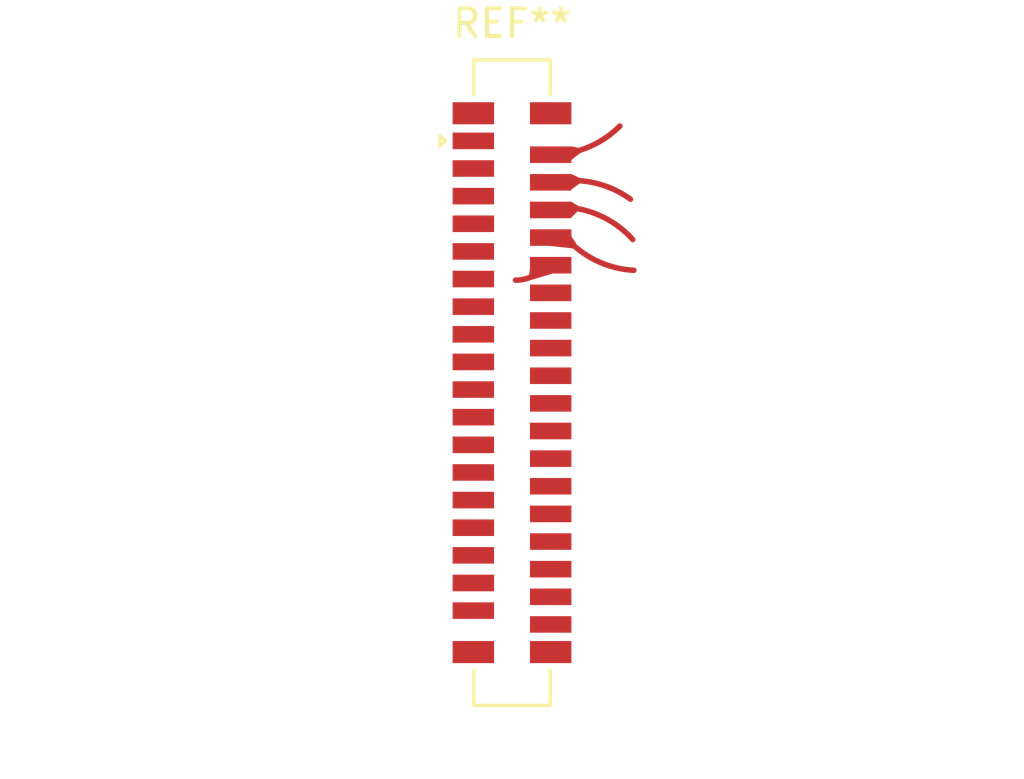
<source format=kicad_pcb>
(kicad_pcb (version 20240108) (generator "pcbnew") (generator_version "8.0")
  (layers (0 "F.Cu" signal) (31 "B.Cu" signal) (34 "B.Paste" user) (35 "F.Paste" user) (36 "B.SilkS" user "B.Silkscreen") (37 "F.SilkS" user "F.Silkscreen") (38 "B.Mask" user) (39 "F.Mask" user) (44 "Edge.Cuts" user))
  (net 0 "")
  (net 1 "A")
  (net 2 "B")
  (net 3 "C")
  (net 4 "e")
  (net 5 "f")
  (footprint "Connector_FFC-FPC:Molex_52559-3652_2x18-1MP_P0.5mm_Vertical" (layer "F.Cu") (at 137.951098 84.801468)
    (property "Reference" "REF**" (at 0 -13 0) (layer "F.SilkS"))
    (property "Value" "Molex_52559-3652_2x18-1MP_P0.5mm_Vertical")
    (fp_line (start -2.61 -8.55) (end -2.61 -8.95) (stroke (width 0.12)) (layer "F.SilkS"))
    (fp_line (start -2.41 -8.75) (end -2.61 -8.95) (stroke (width 0.12)) (layer "F.SilkS"))
    (fp_line (start -2.41 -8.75) (end -2.61 -8.55) (stroke (width 0.12)) (layer "F.SilkS"))
    (fp_line (start -1.38 -11.68) (end -1.38 -10.41) (stroke (width 0.12)) (layer "F.SilkS"))
    (fp_line (start -1.38 11.68) (end -1.38 10.41) (stroke (width 0.12)) (layer "F.SilkS"))
    (fp_line (start 1.38 -11.68) (end -1.38 -11.68) (stroke (width 0.12)) (layer "F.SilkS"))
    (fp_line (start 1.38 -10.41) (end 1.38 -11.68) (stroke (width 0.12)) (layer "F.SilkS"))
    (fp_line (start 1.38 11.68) (end -1.38 11.68) (stroke (width 0.12)) (layer "F.SilkS"))
    (fp_line (start 1.38 11.68) (end 1.38 10.41) (stroke (width 0.12)) (layer "F.SilkS"))
    (pad "1" smd rect (at -1.4 -8.75 270) (size 0.6 1.5) (layers "F.Cu" "F.Paste" "F.Mask"))
    (pad "2" smd rect (at 1.4 -8.25 270) (size 0.6 1.5) (layers "F.Cu" "F.Paste" "F.Mask") (net 1 "A"))
    (pad "3" smd rect (at -1.4 -7.75 270) (size 0.6 1.5) (layers "F.Cu" "F.Paste" "F.Mask"))
    (pad "4" smd rect (at 1.4 -7.25 270) (size 0.6 1.5) (layers "F.Cu" "F.Paste" "F.Mask") (net 2 "B"))
    (pad "5" smd rect (at -1.4 -6.75 270) (size 0.6 1.5) (layers "F.Cu" "F.Paste" "F.Mask"))
    (pad "6" smd rect (at 1.4 -6.25 270) (size 0.6 1.5) (layers "F.Cu" "F.Paste" "F.Mask") (net 3 "C"))
    (pad "7" smd rect (at -1.4 -5.75 270) (size 0.6 1.5) (layers "F.Cu" "F.Paste" "F.Mask"))
    (pad "8" smd rect (at 1.4 -5.25 270) (size 0.6 1.5) (layers "F.Cu" "F.Paste" "F.Mask") (net 4 "e"))
    (pad "9" smd rect (at -1.4 -4.75 270) (size 0.6 1.5) (layers "F.Cu" "F.Paste" "F.Mask"))
    (pad "10" smd rect (at 1.4 -4.25 270) (size 0.6 1.5) (layers "F.Cu" "F.Paste" "F.Mask") (net 5 "f"))
    (pad "11" smd rect (at -1.4 -3.75 270) (size 0.6 1.5) (layers "F.Cu" "F.Paste" "F.Mask"))
    (pad "12" smd rect (at 1.4 -3.25 270) (size 0.6 1.5) (layers "F.Cu" "F.Paste" "F.Mask"))
    (pad "13" smd rect (at -1.4 -2.75 270) (size 0.6 1.5) (layers "F.Cu" "F.Paste" "F.Mask"))
    (pad "14" smd rect (at 1.4 -2.25 270) (size 0.6 1.5) (layers "F.Cu" "F.Paste" "F.Mask"))
    (pad "15" smd rect (at -1.4 -1.75 270) (size 0.6 1.5) (layers "F.Cu" "F.Paste" "F.Mask"))
    (pad "16" smd rect (at 1.4 -1.25 270) (size 0.6 1.5) (layers "F.Cu" "F.Paste" "F.Mask"))
    (pad "17" smd rect (at -1.4 -0.75 270) (size 0.6 1.5) (layers "F.Cu" "F.Paste" "F.Mask"))
    (pad "18" smd rect (at 1.4 -0.25 270) (size 0.6 1.5) (layers "F.Cu" "F.Paste" "F.Mask"))
    (pad "19" smd rect (at -1.4 0.25 270) (size 0.6 1.5) (layers "F.Cu" "F.Paste" "F.Mask"))
    (pad "20" smd rect (at 1.4 0.75 270) (size 0.6 1.5) (layers "F.Cu" "F.Paste" "F.Mask"))
    (pad "21" smd rect (at -1.4 1.25 270) (size 0.6 1.5) (layers "F.Cu" "F.Paste" "F.Mask"))
    (pad "22" smd rect (at 1.4 1.75 270) (size 0.6 1.5) (layers "F.Cu" "F.Paste" "F.Mask"))
    (pad "23" smd rect (at -1.4 2.25 270) (size 0.6 1.5) (layers "F.Cu" "F.Paste" "F.Mask"))
    (pad "24" smd rect (at 1.4 2.75 270) (size 0.6 1.5) (layers "F.Cu" "F.Paste" "F.Mask"))
    (pad "25" smd rect (at -1.4 3.25 270) (size 0.6 1.5) (layers "F.Cu" "F.Paste" "F.Mask"))
    (pad "26" smd rect (at 1.4 3.75 270) (size 0.6 1.5) (layers "F.Cu" "F.Paste" "F.Mask"))
    (pad "27" smd rect (at -1.4 4.25 270) (size 0.6 1.5) (layers "F.Cu" "F.Paste" "F.Mask"))
    (pad "28" smd rect (at 1.4 4.75 270) (size 0.6 1.5) (layers "F.Cu" "F.Paste" "F.Mask"))
    (pad "29" smd rect (at -1.4 5.25 270) (size 0.6 1.5) (layers "F.Cu" "F.Paste" "F.Mask"))
    (pad "30" smd rect (at 1.4 5.75 270) (size 0.6 1.5) (layers "F.Cu" "F.Paste" "F.Mask"))
    (pad "31" smd rect (at -1.4 6.25 270) (size 0.6 1.5) (layers "F.Cu" "F.Paste" "F.Mask"))
    (pad "32" smd rect (at 1.4 6.75 270) (size 0.6 1.5) (layers "F.Cu" "F.Paste" "F.Mask"))
    (pad "33" smd rect (at -1.4 7.25 270) (size 0.6 1.5) (layers "F.Cu" "F.Paste" "F.Mask"))
    (pad "34" smd rect (at 1.4 7.75 270) (size 0.6 1.5) (layers "F.Cu" "F.Paste" "F.Mask"))
    (pad "35" smd rect (at -1.4 8.25 270) (size 0.6 1.5) (layers "F.Cu" "F.Paste" "F.Mask"))
    (pad "36" smd rect (at 1.4 8.75 270) (size 0.6 1.5) (layers "F.Cu" "F.Paste" "F.Mask"))
    (pad "MP" smd rect (at -1.4 -9.75 270) (size 0.8 1.5) (layers "F.Cu" "F.Paste" "F.Mask"))
    (pad "MP" smd rect (at -1.4 9.75 270) (size 0.8 1.5) (layers "F.Cu" "F.Paste" "F.Mask"))
    (pad "MP" smd rect (at 1.4 -9.75 270) (size 0.8 1.5) (layers "F.Cu" "F.Paste" "F.Mask"))
    (pad "MP" smd rect (at 1.4 9.75 270) (size 0.8 1.5) (layers "F.Cu" "F.Paste" "F.Mask"))
  )
  (arc (start 139.351098 76.551468) (mid 140.705778 76.282005) (end 141.85422 75.514641) (width 0.2) (layer "F.Cu") (net 1))
  (arc (start 142.234974 78.161708) (mid 140.980627 77.583446) (end 139.600473 77.52922) (width 0.2) (layer "F.Cu") (net 2))
  (arc (start 142.319437 79.618794) (mid 141.212728 78.792372) (end 139.874006 78.452385) (width 0.2) (layer "F.Cu") (net 3))
  (arc (start 139.915168 79.568443) (mid 141.021879 80.394863) (end 142.360598 80.734852) (width 0.2) (layer "F.Cu") (net 4))
  (arc (start 139.077832 80.678949) (mid 138.619841 80.984969) (end 138.079603 81.092429) (width 0.2) (layer "F.Cu") (net 5))
)
</source>
